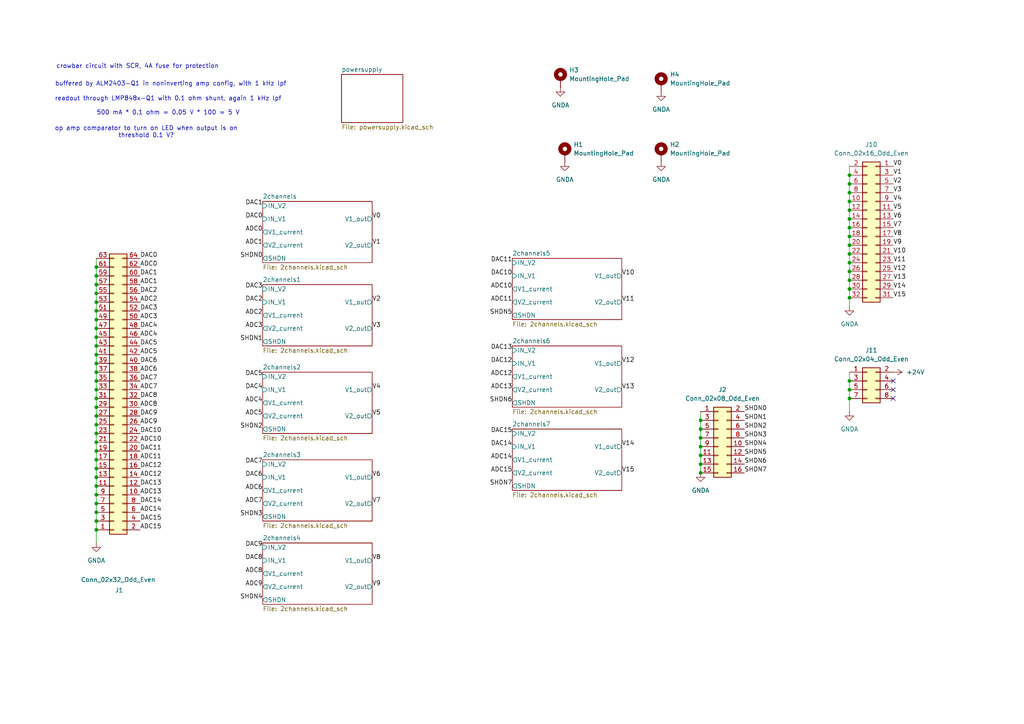
<source format=kicad_sch>
(kicad_sch (version 20231120) (generator "eeschema") (generator_version "8.0")
  (paper "A4")
  (lib_symbols
    (symbol "Connector_Generic:Conn_02x04_Odd_Even" (pin_names (offset 1.016) hide)
      (property "Reference" "J" (at 1.27 5.08 0))
      (property "Value" "Conn_02x04_Odd_Even" (at 1.27 -7.62 0))
      (symbol "Conn_02x04_Odd_Even_1_1"
        (rectangle (start -1.27 -4.953) (end 0 -5.207) (stroke (width 0.1524)))
        (rectangle (start -1.27 -2.413) (end 0 -2.667) (stroke (width 0.1524)))
        (rectangle (start -1.27 0.127) (end 0 -0.127) (stroke (width 0.1524)))
        (rectangle (start -1.27 2.667) (end 0 2.413) (stroke (width 0.1524)))
        (rectangle (start -1.27 3.81) (end 3.81 -6.35) (stroke (width 0.254)) (fill (type background)))
        (rectangle (start 3.81 -4.953) (end 2.54 -5.207) (stroke (width 0.1524)))
        (rectangle (start 3.81 -2.413) (end 2.54 -2.667) (stroke (width 0.1524)))
        (rectangle (start 3.81 0.127) (end 2.54 -0.127) (stroke (width 0.1524)))
        (rectangle (start 3.81 2.667) (end 2.54 2.413) (stroke (width 0.1524)))
        (pin passive line (at -5.08 2.54 0) (length 3.81) (name "Pin_1") (number "1"))
        (pin passive line (at 7.62 2.54 180) (length 3.81) (name "Pin_2") (number "2"))
        (pin passive line (at -5.08 0 0) (length 3.81) (name "Pin_3") (number "3"))
        (pin passive line (at 7.62 0 180) (length 3.81) (name "Pin_4") (number "4"))
        (pin passive line (at -5.08 -2.54 0) (length 3.81) (name "Pin_5") (number "5"))
        (pin passive line (at 7.62 -2.54 180) (length 3.81) (name "Pin_6") (number "6"))
        (pin passive line (at -5.08 -5.08 0) (length 3.81) (name "Pin_7") (number "7"))
        (pin passive line (at 7.62 -5.08 180) (length 3.81) (name "Pin_8") (number "8"))
      )
    )
    (symbol "Connector_Generic:Conn_02x08_Odd_Even" (pin_names (offset 1.016) hide)
      (property "Reference" "J" (at 1.27 10.16 0))
      (property "Value" "Conn_02x08_Odd_Even" (at 1.27 -12.7 0))
      (symbol "Conn_02x08_Odd_Even_1_1"
        (rectangle (start -1.27 -10.033) (end 0 -10.287) (stroke (width 0.1524)))
        (rectangle (start -1.27 -7.493) (end 0 -7.747) (stroke (width 0.1524)))
        (rectangle (start -1.27 -4.953) (end 0 -5.207) (stroke (width 0.1524)))
        (rectangle (start -1.27 -2.413) (end 0 -2.667) (stroke (width 0.1524)))
        (rectangle (start -1.27 0.127) (end 0 -0.127) (stroke (width 0.1524)))
        (rectangle (start -1.27 2.667) (end 0 2.413) (stroke (width 0.1524)))
        (rectangle (start -1.27 5.207) (end 0 4.953) (stroke (width 0.1524)))
        (rectangle (start -1.27 7.747) (end 0 7.493) (stroke (width 0.1524)))
        (rectangle (start -1.27 8.89) (end 3.81 -11.43) (stroke (width 0.254)) (fill (type background)))
        (rectangle (start 3.81 -10.033) (end 2.54 -10.287) (stroke (width 0.1524)))
        (rectangle (start 3.81 -7.493) (end 2.54 -7.747) (stroke (width 0.1524)))
        (rectangle (start 3.81 -4.953) (end 2.54 -5.207) (stroke (width 0.1524)))
        (rectangle (start 3.81 -2.413) (end 2.54 -2.667) (stroke (width 0.1524)))
        (rectangle (start 3.81 0.127) (end 2.54 -0.127) (stroke (width 0.1524)))
        (rectangle (start 3.81 2.667) (end 2.54 2.413) (stroke (width 0.1524)))
        (rectangle (start 3.81 5.207) (end 2.54 4.953) (stroke (width 0.1524)))
        (rectangle (start 3.81 7.747) (end 2.54 7.493) (stroke (width 0.1524)))
        (pin passive line (at -5.08 7.62 0) (length 3.81) (name "Pin_1") (number "1"))
        (pin passive line (at 7.62 -2.54 180) (length 3.81) (name "Pin_10") (number "10"))
        (pin passive line (at -5.08 -5.08 0) (length 3.81) (name "Pin_11") (number "11"))
        (pin passive line (at 7.62 -5.08 180) (length 3.81) (name "Pin_12") (number "12"))
        (pin passive line (at -5.08 -7.62 0) (length 3.81) (name "Pin_13") (number "13"))
        (pin passive line (at 7.62 -7.62 180) (length 3.81) (name "Pin_14") (number "14"))
        (pin passive line (at -5.08 -10.16 0) (length 3.81) (name "Pin_15") (number "15"))
        (pin passive line (at 7.62 -10.16 180) (length 3.81) (name "Pin_16") (number "16"))
        (pin passive line (at 7.62 7.62 180) (length 3.81) (name "Pin_2") (number "2"))
        (pin passive line (at -5.08 5.08 0) (length 3.81) (name "Pin_3") (number "3"))
        (pin passive line (at 7.62 5.08 180) (length 3.81) (name "Pin_4") (number "4"))
        (pin passive line (at -5.08 2.54 0) (length 3.81) (name "Pin_5") (number "5"))
        (pin passive line (at 7.62 2.54 180) (length 3.81) (name "Pin_6") (number "6"))
        (pin passive line (at -5.08 0 0) (length 3.81) (name "Pin_7") (number "7"))
        (pin passive line (at 7.62 0 180) (length 3.81) (name "Pin_8") (number "8"))
        (pin passive line (at -5.08 -2.54 0) (length 3.81) (name "Pin_9") (number "9"))
      )
    )
    (symbol "Connector_Generic:Conn_02x16_Odd_Even" (pin_names (offset 1.016) hide)
      (property "Reference" "J" (at 1.27 20.32 0))
      (property "Value" "Conn_02x16_Odd_Even" (at 1.27 -22.86 0))
      (symbol "Conn_02x16_Odd_Even_1_1"
        (rectangle (start -1.27 -20.193) (end 0 -20.447) (stroke (width 0.1524)))
        (rectangle (start -1.27 -17.653) (end 0 -17.907) (stroke (width 0.1524)))
        (rectangle (start -1.27 -15.113) (end 0 -15.367) (stroke (width 0.1524)))
        (rectangle (start -1.27 -12.573) (end 0 -12.827) (stroke (width 0.1524)))
        (rectangle (start -1.27 -10.033) (end 0 -10.287) (stroke (width 0.1524)))
        (rectangle (start -1.27 -7.493) (end 0 -7.747) (stroke (width 0.1524)))
        (rectangle (start -1.27 -4.953) (end 0 -5.207) (stroke (width 0.1524)))
        (rectangle (start -1.27 -2.413) (end 0 -2.667) (stroke (width 0.1524)))
        (rectangle (start -1.27 0.127) (end 0 -0.127) (stroke (width 0.1524)))
        (rectangle (start -1.27 2.667) (end 0 2.413) (stroke (width 0.1524)))
        (rectangle (start -1.27 5.207) (end 0 4.953) (stroke (width 0.1524)))
        (rectangle (start -1.27 7.747) (end 0 7.493) (stroke (width 0.1524)))
        (rectangle (start -1.27 10.287) (end 0 10.033) (stroke (width 0.1524)))
        (rectangle (start -1.27 12.827) (end 0 12.573) (stroke (width 0.1524)))
        (rectangle (start -1.27 15.367) (end 0 15.113) (stroke (width 0.1524)))
        (rectangle (start -1.27 17.907) (end 0 17.653) (stroke (width 0.1524)))
        (rectangle (start -1.27 19.05) (end 3.81 -21.59) (stroke (width 0.254)) (fill (type background)))
        (rectangle (start 3.81 -20.193) (end 2.54 -20.447) (stroke (width 0.1524)))
        (rectangle (start 3.81 -17.653) (end 2.54 -17.907) (stroke (width 0.1524)))
        (rectangle (start 3.81 -15.113) (end 2.54 -15.367) (stroke (width 0.1524)))
        (rectangle (start 3.81 -12.573) (end 2.54 -12.827) (stroke (width 0.1524)))
        (rectangle (start 3.81 -10.033) (end 2.54 -10.287) (stroke (width 0.1524)))
        (rectangle (start 3.81 -7.493) (end 2.54 -7.747) (stroke (width 0.1524)))
        (rectangle (start 3.81 -4.953) (end 2.54 -5.207) (stroke (width 0.1524)))
        (rectangle (start 3.81 -2.413) (end 2.54 -2.667) (stroke (width 0.1524)))
        (rectangle (start 3.81 0.127) (end 2.54 -0.127) (stroke (width 0.1524)))
        (rectangle (start 3.81 2.667) (end 2.54 2.413) (stroke (width 0.1524)))
        (rectangle (start 3.81 5.207) (end 2.54 4.953) (stroke (width 0.1524)))
        (rectangle (start 3.81 7.747) (end 2.54 7.493) (stroke (width 0.1524)))
        (rectangle (start 3.81 10.287) (end 2.54 10.033) (stroke (width 0.1524)))
        (rectangle (start 3.81 12.827) (end 2.54 12.573) (stroke (width 0.1524)))
        (rectangle (start 3.81 15.367) (end 2.54 15.113) (stroke (width 0.1524)))
        (rectangle (start 3.81 17.907) (end 2.54 17.653) (stroke (width 0.1524)))
        (pin passive line (at -5.08 17.78 0) (length 3.81) (name "Pin_1") (number "1"))
        (pin passive line (at 7.62 7.62 180) (length 3.81) (name "Pin_10") (number "10"))
        (pin passive line (at -5.08 5.08 0) (length 3.81) (name "Pin_11") (number "11"))
        (pin passive line (at 7.62 5.08 180) (length 3.81) (name "Pin_12") (number "12"))
        (pin passive line (at -5.08 2.54 0) (length 3.81) (name "Pin_13") (number "13"))
        (pin passive line (at 7.62 2.54 180) (length 3.81) (name "Pin_14") (number "14"))
        (pin passive line (at -5.08 0 0) (length 3.81) (name "Pin_15") (number "15"))
        (pin passive line (at 7.62 0 180) (length 3.81) (name "Pin_16") (number "16"))
        (pin passive line (at -5.08 -2.54 0) (length 3.81) (name "Pin_17") (number "17"))
        (pin passive line (at 7.62 -2.54 180) (length 3.81) (name "Pin_18") (number "18"))
        (pin passive line (at -5.08 -5.08 0) (length 3.81) (name "Pin_19") (number "19"))
        (pin passive line (at 7.62 17.78 180) (length 3.81) (name "Pin_2") (number "2"))
        (pin passive line (at 7.62 -5.08 180) (length 3.81) (name "Pin_20") (number "20"))
        (pin passive line (at -5.08 -7.62 0) (length 3.81) (name "Pin_21") (number "21"))
        (pin passive line (at 7.62 -7.62 180) (length 3.81) (name "Pin_22") (number "22"))
        (pin passive line (at -5.08 -10.16 0) (length 3.81) (name "Pin_23") (number "23"))
        (pin passive line (at 7.62 -10.16 180) (length 3.81) (name "Pin_24") (number "24"))
        (pin passive line (at -5.08 -12.7 0) (length 3.81) (name "Pin_25") (number "25"))
        (pin passive line (at 7.62 -12.7 180) (length 3.81) (name "Pin_26") (number "26"))
        (pin passive line (at -5.08 -15.24 0) (length 3.81) (name "Pin_27") (number "27"))
        (pin passive line (at 7.62 -15.24 180) (length 3.81) (name "Pin_28") (number "28"))
        (pin passive line (at -5.08 -17.78 0) (length 3.81) (name "Pin_29") (number "29"))
        (pin passive line (at -5.08 15.24 0) (length 3.81) (name "Pin_3") (number "3"))
        (pin passive line (at 7.62 -17.78 180) (length 3.81) (name "Pin_30") (number "30"))
        (pin passive line (at -5.08 -20.32 0) (length 3.81) (name "Pin_31") (number "31"))
        (pin passive line (at 7.62 -20.32 180) (length 3.81) (name "Pin_32") (number "32"))
        (pin passive line (at 7.62 15.24 180) (length 3.81) (name "Pin_4") (number "4"))
        (pin passive line (at -5.08 12.7 0) (length 3.81) (name "Pin_5") (number "5"))
        (pin passive line (at 7.62 12.7 180) (length 3.81) (name "Pin_6") (number "6"))
        (pin passive line (at -5.08 10.16 0) (length 3.81) (name "Pin_7") (number "7"))
        (pin passive line (at 7.62 10.16 180) (length 3.81) (name "Pin_8") (number "8"))
        (pin passive line (at -5.08 7.62 0) (length 3.81) (name "Pin_9") (number "9"))
      )
    )
    (symbol "Connector_Generic:Conn_02x32_Odd_Even" (pin_names (offset 1.016) hide)
      (property "Reference" "J" (at 1.27 40.64 0))
      (property "Value" "Conn_02x32_Odd_Even" (at 1.27 -43.18 0))
      (symbol "Conn_02x32_Odd_Even_1_1"
        (rectangle (start -1.27 -40.513) (end 0 -40.767) (stroke (width 0.1524)))
        (rectangle (start -1.27 -37.973) (end 0 -38.227) (stroke (width 0.1524)))
        (rectangle (start -1.27 -35.433) (end 0 -35.687) (stroke (width 0.1524)))
        (rectangle (start -1.27 -32.893) (end 0 -33.147) (stroke (width 0.1524)))
        (rectangle (start -1.27 -30.353) (end 0 -30.607) (stroke (width 0.1524)))
        (rectangle (start -1.27 -27.813) (end 0 -28.067) (stroke (width 0.1524)))
        (rectangle (start -1.27 -25.273) (end 0 -25.527) (stroke (width 0.1524)))
        (rectangle (start -1.27 -22.733) (end 0 -22.987) (stroke (width 0.1524)))
        (rectangle (start -1.27 -20.193) (end 0 -20.447) (stroke (width 0.1524)))
        (rectangle (start -1.27 -17.653) (end 0 -17.907) (stroke (width 0.1524)))
        (rectangle (start -1.27 -15.113) (end 0 -15.367) (stroke (width 0.1524)))
        (rectangle (start -1.27 -12.573) (end 0 -12.827) (stroke (width 0.1524)))
        (rectangle (start -1.27 -10.033) (end 0 -10.287) (stroke (width 0.1524)))
        (rectangle (start -1.27 -7.493) (end 0 -7.747) (stroke (width 0.1524)))
        (rectangle (start -1.27 -4.953) (end 0 -5.207) (stroke (width 0.1524)))
        (rectangle (start -1.27 -2.413) (end 0 -2.667) (stroke (width 0.1524)))
        (rectangle (start -1.27 0.127) (end 0 -0.127) (stroke (width 0.1524)))
        (rectangle (start -1.27 2.667) (end 0 2.413) (stroke (width 0.1524)))
        (rectangle (start -1.27 5.207) (end 0 4.953) (stroke (width 0.1524)))
        (rectangle (start -1.27 7.747) (end 0 7.493) (stroke (width 0.1524)))
        (rectangle (start -1.27 10.287) (end 0 10.033) (stroke (width 0.1524)))
        (rectangle (start -1.27 12.827) (end 0 12.573) (stroke (width 0.1524)))
        (rectangle (start -1.27 15.367) (end 0 15.113) (stroke (width 0.1524)))
        (rectangle (start -1.27 17.907) (end 0 17.653) (stroke (width 0.1524)))
        (rectangle (start -1.27 20.447) (end 0 20.193) (stroke (width 0.1524)))
        (rectangle (start -1.27 22.987) (end 0 22.733) (stroke (width 0.1524)))
        (rectangle (start -1.27 25.527) (end 0 25.273) (stroke (width 0.1524)))
        (rectangle (start -1.27 28.067) (end 0 27.813) (stroke (width 0.1524)))
        (rectangle (start -1.27 30.607) (end 0 30.353) (stroke (width 0.1524)))
        (rectangle (start -1.27 33.147) (end 0 32.893) (stroke (width 0.1524)))
        (rectangle (start -1.27 35.687) (end 0 35.433) (stroke (width 0.1524)))
        (rectangle (start -1.27 38.227) (end 0 37.973) (stroke (width 0.1524)))
        (rectangle (start -1.27 39.37) (end 3.81 -41.91) (stroke (width 0.254)) (fill (type background)))
        (rectangle (start 3.81 -40.513) (end 2.54 -40.767) (stroke (width 0.1524)))
        (rectangle (start 3.81 -37.973) (end 2.54 -38.227) (stroke (width 0.1524)))
        (rectangle (start 3.81 -35.433) (end 2.54 -35.687) (stroke (width 0.1524)))
        (rectangle (start 3.81 -32.893) (end 2.54 -33.147) (stroke (width 0.1524)))
        (rectangle (start 3.81 -30.353) (end 2.54 -30.607) (stroke (width 0.1524)))
        (rectangle (start 3.81 -27.813) (end 2.54 -28.067) (stroke (width 0.1524)))
        (rectangle (start 3.81 -25.273) (end 2.54 -25.527) (stroke (width 0.1524)))
        (rectangle (start 3.81 -22.733) (end 2.54 -22.987) (stroke (width 0.1524)))
        (rectangle (start 3.81 -20.193) (end 2.54 -20.447) (stroke (width 0.1524)))
        (rectangle (start 3.81 -17.653) (end 2.54 -17.907) (stroke (width 0.1524)))
        (rectangle (start 3.81 -15.113) (end 2.54 -15.367) (stroke (width 0.1524)))
        (rectangle (start 3.81 -12.573) (end 2.54 -12.827) (stroke (width 0.1524)))
        (rectangle (start 3.81 -10.033) (end 2.54 -10.287) (stroke (width 0.1524)))
        (rectangle (start 3.81 -7.493) (end 2.54 -7.747) (stroke (width 0.1524)))
        (rectangle (start 3.81 -4.953) (end 2.54 -5.207) (stroke (width 0.1524)))
        (rectangle (start 3.81 -2.413) (end 2.54 -2.667) (stroke (width 0.1524)))
        (rectangle (start 3.81 0.127) (end 2.54 -0.127) (stroke (width 0.1524)))
        (rectangle (start 3.81 2.667) (end 2.54 2.413) (stroke (width 0.1524)))
        (rectangle (start 3.81 5.207) (end 2.54 4.953) (stroke (width 0.1524)))
        (rectangle (start 3.81 7.747) (end 2.54 7.493) (stroke (width 0.1524)))
        (rectangle (start 3.81 10.287) (end 2.54 10.033) (stroke (width 0.1524)))
        (rectangle (start 3.81 12.827) (end 2.54 12.573) (stroke (width 0.1524)))
        (rectangle (start 3.81 15.367) (end 2.54 15.113) (stroke (width 0.1524)))
        (rectangle (start 3.81 17.907) (end 2.54 17.653) (stroke (width 0.1524)))
        (rectangle (start 3.81 20.447) (end 2.54 20.193) (stroke (width 0.1524)))
        (rectangle (start 3.81 22.987) (end 2.54 22.733) (stroke (width 0.1524)))
        (rectangle (start 3.81 25.527) (end 2.54 25.273) (stroke (width 0.1524)))
        (rectangle (start 3.81 28.067) (end 2.54 27.813) (stroke (width 0.1524)))
        (rectangle (start 3.81 30.607) (end 2.54 30.353) (stroke (width 0.1524)))
        (rectangle (start 3.81 33.147) (end 2.54 32.893) (stroke (width 0.1524)))
        (rectangle (start 3.81 35.687) (end 2.54 35.433) (stroke (width 0.1524)))
        (rectangle (start 3.81 38.227) (end 2.54 37.973) (stroke (width 0.1524)))
        (pin passive line (at -5.08 38.1 0) (length 3.81) (name "Pin_1") (number "1"))
        (pin passive line (at 7.62 27.94 180) (length 3.81) (name "Pin_10") (number "10"))
        (pin passive line (at -5.08 25.4 0) (length 3.81) (name "Pin_11") (number "11"))
        (pin passive line (at 7.62 25.4 180) (length 3.81) (name "Pin_12") (number "12"))
        (pin passive line (at -5.08 22.86 0) (length 3.81) (name "Pin_13") (number "13"))
        (pin passive line (at 7.62 22.86 180) (length 3.81) (name "Pin_14") (number "14"))
        (pin passive line (at -5.08 20.32 0) (length 3.81) (name "Pin_15") (number "15"))
        (pin passive line (at 7.62 20.32 180) (length 3.81) (name "Pin_16") (number "16"))
        (pin passive line (at -5.08 17.78 0) (length 3.81) (name "Pin_17") (number "17"))
        (pin passive line (at 7.62 17.78 180) (length 3.81) (name "Pin_18") (number "18"))
        (pin passive line (at -5.08 15.24 0) (length 3.81) (name "Pin_19") (number "19"))
        (pin passive line (at 7.62 38.1 180) (length 3.81) (name "Pin_2") (number "2"))
        (pin passive line (at 7.62 15.24 180) (length 3.81) (name "Pin_20") (number "20"))
        (pin passive line (at -5.08 12.7 0) (length 3.81) (name "Pin_21") (number "21"))
        (pin passive line (at 7.62 12.7 180) (length 3.81) (name "Pin_22") (number "22"))
        (pin passive line (at -5.08 10.16 0) (length 3.81) (name "Pin_23") (number "23"))
        (pin passive line (at 7.62 10.16 180) (length 3.81) (name "Pin_24") (number "24"))
        (pin passive line (at -5.08 7.62 0) (length 3.81) (name "Pin_25") (number "25"))
        (pin passive line (at 7.62 7.62 180) (length 3.81) (name "Pin_26") (number "26"))
        (pin passive line (at -5.08 5.08 0) (length 3.81) (name "Pin_27") (number "27"))
        (pin passive line (at 7.62 5.08 180) (length 3.81) (name "Pin_28") (number "28"))
        (pin passive line (at -5.08 2.54 0) (length 3.81) (name "Pin_29") (number "29"))
        (pin passive line (at -5.08 35.56 0) (length 3.81) (name "Pin_3") (number "3"))
        (pin passive line (at 7.62 2.54 180) (length 3.81) (name "Pin_30") (number "30"))
        (pin passive line (at -5.08 0 0) (length 3.81) (name "Pin_31") (number "31"))
        (pin passive line (at 7.62 0 180) (length 3.81) (name "Pin_32") (number "32"))
        (pin passive line (at -5.08 -2.54 0) (length 3.81) (name "Pin_33") (number "33"))
        (pin passive line (at 7.62 -2.54 180) (length 3.81) (name "Pin_34") (number "34"))
        (pin passive line (at -5.08 -5.08 0) (length 3.81) (name "Pin_35") (number "35"))
        (pin passive line (at 7.62 -5.08 180) (length 3.81) (name "Pin_36") (number "36"))
        (pin passive line (at -5.08 -7.62 0) (length 3.81) (name "Pin_37") (number "37"))
        (pin passive line (at 7.62 -7.62 180) (length 3.81) (name "Pin_38") (number "38"))
        (pin passive line (at -5.08 -10.16 0) (length 3.81) (name "Pin_39") (number "39"))
        (pin passive line (at 7.62 35.56 180) (length 3.81) (name "Pin_4") (number "4"))
        (pin passive line (at 7.62 -10.16 180) (length 3.81) (name "Pin_40") (number "40"))
        (pin passive line (at -5.08 -12.7 0) (length 3.81) (name "Pin_41") (number "41"))
        (pin passive line (at 7.62 -12.7 180) (length 3.81) (name "Pin_42") (number "42"))
        (pin passive line (at -5.08 -15.24 0) (length 3.81) (name "Pin_43") (number "43"))
        (pin passive line (at 7.62 -15.24 180) (length 3.81) (name "Pin_44") (number "44"))
        (pin passive line (at -5.08 -17.78 0) (length 3.81) (name "Pin_45") (number "45"))
        (pin passive line (at 7.62 -17.78 180) (length 3.81) (name "Pin_46") (number "46"))
        (pin passive line (at -5.08 -20.32 0) (length 3.81) (name "Pin_47") (number "47"))
        (pin passive line (at 7.62 -20.32 180) (length 3.81) (name "Pin_48") (number "48"))
        (pin passive line (at -5.08 -22.86 0) (length 3.81) (name "Pin_49") (number "49"))
        (pin passive line (at -5.08 33.02 0) (length 3.81) (name "Pin_5") (number "5"))
        (pin passive line (at 7.62 -22.86 180) (length 3.81) (name "Pin_50") (number "50"))
        (pin passive line (at -5.08 -25.4 0) (length 3.81) (name "Pin_51") (number "51"))
        (pin passive line (at 7.62 -25.4 180) (length 3.81) (name "Pin_52") (number "52"))
        (pin passive line (at -5.08 -27.94 0) (length 3.81) (name "Pin_53") (number "53"))
        (pin passive line (at 7.62 -27.94 180) (length 3.81) (name "Pin_54") (number "54"))
        (pin passive line (at -5.08 -30.48 0) (length 3.81) (name "Pin_55") (number "55"))
        (pin passive line (at 7.62 -30.48 180) (length 3.81) (name "Pin_56") (number "56"))
        (pin passive line (at -5.08 -33.02 0) (length 3.81) (name "Pin_57") (number "57"))
        (pin passive line (at 7.62 -33.02 180) (length 3.81) (name "Pin_58") (number "58"))
        (pin passive line (at -5.08 -35.56 0) (length 3.81) (name "Pin_59") (number "59"))
        (pin passive line (at 7.62 33.02 180) (length 3.81) (name "Pin_6") (number "6"))
        (pin passive line (at 7.62 -35.56 180) (length 3.81) (name "Pin_60") (number "60"))
        (pin passive line (at -5.08 -38.1 0) (length 3.81) (name "Pin_61") (number "61"))
        (pin passive line (at 7.62 -38.1 180) (length 3.81) (name "Pin_62") (number "62"))
        (pin passive line (at -5.08 -40.64 0) (length 3.81) (name "Pin_63") (number "63"))
        (pin passive line (at 7.62 -40.64 180) (length 3.81) (name "Pin_64") (number "64"))
        (pin passive line (at -5.08 30.48 0) (length 3.81) (name "Pin_7") (number "7"))
        (pin passive line (at 7.62 30.48 180) (length 3.81) (name "Pin_8") (number "8"))
        (pin passive line (at -5.08 27.94 0) (length 3.81) (name "Pin_9") (number "9"))
      )
    )
    (symbol "Mechanical:MountingHole_Pad" (pin_numbers hide) (pin_names (offset 1.016) hide) (exclude_from_sim yes) (in_bom no)
      (property "Reference" "H" (at 0 6.35 0))
      (property "Value" "MountingHole_Pad" (at 0 4.445 0))
      (symbol "MountingHole_Pad_0_1"
        (circle (center 0 1.27) (radius 1.27) (stroke (width 1.27)))
      )
      (symbol "MountingHole_Pad_1_1"
        (pin input line (at 0 -2.54 90) (length 2.54) (name "1") (number "1"))
      )
    )
    (symbol "power:+24V" (power) (pin_numbers hide) (pin_names (offset 0) hide)
      (property "Value" "+24V" (at 0 3.556 0))
      (symbol "+24V_0_1"
        (polyline (pts (xy -0.762 1.27) (xy 0 2.54)))
        (polyline (pts (xy 0 0) (xy 0 2.54)))
        (polyline (pts (xy 0 2.54) (xy 0.762 1.27)))
      )
      (symbol "+24V_1_1"
        (pin power_in line (at 0 0 90) (length 0) (name "~") (number "1"))
      )
    )
    (symbol "power:GNDA" (power) (pin_numbers hide) (pin_names (offset 0) hide)
      (property "Value" "GNDA" (at 0 -3.81 0))
      (symbol "GNDA_0_1"
        (polyline (pts (xy 0 0) (xy 0 -1.27) (xy 1.27 -1.27) (xy 0 -2.54) (xy -1.27 -1.27) (xy 0 -1.27)))
      )
      (symbol "GNDA_1_1"
        (pin power_in line (at 0 0 270) (length 0) (name "~") (number "1"))
      )
    )
  )
  (junction (at 246.38 68.58))
  (junction (at 246.38 53.34))
  (junction (at 246.38 66.04))
  (junction (at 27.94 100.33))
  (junction (at 246.38 78.74))
  (junction (at 27.94 133.35))
  (junction (at 246.38 113.03))
  (junction (at 203.2 129.54))
  (junction (at 246.38 81.28))
  (junction (at 203.2 127))
  (junction (at 27.94 97.79))
  (junction (at 27.94 110.49))
  (junction (at 27.94 80.01))
  (junction (at 27.94 140.97))
  (junction (at 27.94 95.25))
  (junction (at 203.2 121.92))
  (junction (at 246.38 58.42))
  (junction (at 27.94 153.67))
  (junction (at 246.38 83.82))
  (junction (at 27.94 125.73))
  (junction (at 27.94 135.89))
  (junction (at 27.94 151.13))
  (junction (at 27.94 128.27))
  (junction (at 246.38 50.8))
  (junction (at 27.94 82.55))
  (junction (at 203.2 134.62))
  (junction (at 27.94 115.57))
  (junction (at 27.94 85.09))
  (junction (at 27.94 107.95))
  (junction (at 203.2 137.16))
  (junction (at 27.94 146.05))
  (junction (at 246.38 55.88))
  (junction (at 27.94 77.47))
  (junction (at 27.94 148.59))
  (junction (at 27.94 130.81))
  (junction (at 246.38 110.49))
  (junction (at 246.38 73.66))
  (junction (at 27.94 118.11))
  (junction (at 246.38 115.57))
  (junction (at 27.94 92.71))
  (junction (at 27.94 143.51))
  (junction (at 27.94 90.17))
  (junction (at 27.94 120.65))
  (junction (at 246.38 71.12))
  (junction (at 246.38 60.96))
  (junction (at 246.38 63.5))
  (junction (at 27.94 105.41))
  (junction (at 27.94 102.87))
  (junction (at 203.2 124.46))
  (junction (at 27.94 123.19))
  (junction (at 246.38 76.2))
  (junction (at 203.2 132.08))
  (junction (at 27.94 87.63))
  (junction (at 246.38 86.36))
  (junction (at 27.94 113.03))
  (junction (at 27.94 138.43))
  (no_connect (at 259.08 115.57))
  (no_connect (at 259.08 110.49))
  (no_connect (at 259.08 113.03))
  (wire (pts (xy 27.94 123.19) (xy 27.94 125.73)))
  (wire (pts (xy 27.94 120.65) (xy 27.94 123.19)))
  (wire (pts (xy 246.38 110.49) (xy 246.38 113.03)))
  (wire (pts (xy 27.94 85.09) (xy 27.94 87.63)))
  (wire (pts (xy 27.94 140.97) (xy 27.94 143.51)))
  (wire (pts (xy 27.94 102.87) (xy 27.94 105.41)))
  (wire (pts (xy 246.38 76.2) (xy 246.38 78.74)))
  (wire (pts (xy 203.2 129.54) (xy 203.2 132.08)))
  (wire (pts (xy 27.94 110.49) (xy 27.94 113.03)))
  (wire (pts (xy 27.94 118.11) (xy 27.94 120.65)))
  (wire (pts (xy 27.94 125.73) (xy 27.94 128.27)))
  (wire (pts (xy 246.38 71.12) (xy 246.38 73.66)))
  (wire (pts (xy 27.94 135.89) (xy 27.94 138.43)))
  (wire (pts (xy 246.38 113.03) (xy 246.38 115.57)))
  (wire (pts (xy 27.94 105.41) (xy 27.94 107.95)))
  (wire (pts (xy 246.38 55.88) (xy 246.38 58.42)))
  (wire (pts (xy 27.94 107.95) (xy 27.94 110.49)))
  (wire (pts (xy 246.38 115.57) (xy 246.38 119.38)))
  (wire (pts (xy 246.38 60.96) (xy 246.38 63.5)))
  (wire (pts (xy 203.2 132.08) (xy 203.2 134.62)))
  (wire (pts (xy 246.38 83.82) (xy 246.38 86.36)))
  (wire (pts (xy 246.38 107.95) (xy 246.38 110.49)))
  (wire (pts (xy 27.94 130.81) (xy 27.94 133.35)))
  (wire (pts (xy 27.94 82.55) (xy 27.94 85.09)))
  (wire (pts (xy 246.38 86.36) (xy 246.38 88.9)))
  (wire (pts (xy 27.94 87.63) (xy 27.94 90.17)))
  (wire (pts (xy 203.2 134.62) (xy 203.2 137.16)))
  (wire (pts (xy 246.38 68.58) (xy 246.38 71.12)))
  (wire (pts (xy 203.2 127) (xy 203.2 129.54)))
  (wire (pts (xy 246.38 58.42) (xy 246.38 60.96)))
  (wire (pts (xy 246.38 73.66) (xy 246.38 76.2)))
  (wire (pts (xy 27.94 143.51) (xy 27.94 146.05)))
  (wire (pts (xy 27.94 128.27) (xy 27.94 130.81)))
  (wire (pts (xy 203.2 121.92) (xy 203.2 124.46)))
  (wire (pts (xy 27.94 74.93) (xy 27.94 77.47)))
  (wire (pts (xy 27.94 95.25) (xy 27.94 97.79)))
  (wire (pts (xy 246.38 48.26) (xy 246.38 50.8)))
  (wire (pts (xy 246.38 50.8) (xy 246.38 53.34)))
  (wire (pts (xy 246.38 81.28) (xy 246.38 83.82)))
  (wire (pts (xy 27.94 148.59) (xy 27.94 151.13)))
  (wire (pts (xy 246.38 66.04) (xy 246.38 68.58)))
  (wire (pts (xy 27.94 113.03) (xy 27.94 115.57)))
  (wire (pts (xy 27.94 138.43) (xy 27.94 140.97)))
  (wire (pts (xy 27.94 151.13) (xy 27.94 153.67)))
  (wire (pts (xy 246.38 78.74) (xy 246.38 81.28)))
  (wire (pts (xy 27.94 92.71) (xy 27.94 95.25)))
  (wire (pts (xy 27.94 146.05) (xy 27.94 148.59)))
  (wire (pts (xy 203.2 119.38) (xy 203.2 121.92)))
  (wire (pts (xy 246.38 63.5) (xy 246.38 66.04)))
  (wire (pts (xy 203.2 124.46) (xy 203.2 127)))
  (wire (pts (xy 27.94 115.57) (xy 27.94 118.11)))
  (wire (pts (xy 27.94 97.79) (xy 27.94 100.33)))
  (wire (pts (xy 27.94 77.47) (xy 27.94 80.01)))
  (wire (pts (xy 27.94 153.67) (xy 27.94 157.48)))
  (wire (pts (xy 27.94 90.17) (xy 27.94 92.71)))
  (wire (pts (xy 27.94 80.01) (xy 27.94 82.55)))
  (wire (pts (xy 27.94 100.33) (xy 27.94 102.87)))
  (wire (pts (xy 246.38 53.34) (xy 246.38 55.88)))
  (wire (pts (xy 27.94 133.35) (xy 27.94 135.89)))
  (text "op amp comparator to turn on LED when output is on\nthreshold 0.1 V?" (at 42.418 38.354 0) (effects (font (size 1.27 1.27))))
  (text "buffered by ALM2403-Q1 in noninverting amp config, with 1 kHz lpf" (at 49.53 24.384 0) (effects (font (size 1.27 1.27))))
  (text "crowbar circuit with SCR, 4A fuse for protection" (at 39.878 19.304 0) (effects (font (size 1.27 1.27))))
  (text "readout through LMP848x-Q1 with 0.1 ohm shunt, again 1 kHz lpf\n\n500 mA * 0.1 ohm = 0.05 V * 100 = 5 V" (at 48.768 30.734 0) (effects (font (size 1.27 1.27))))
  (label "SHDN1" (at 76.2 99.06 180))
  (label "DAC13" (at 148.59 101.6 180))
  (label "DAC4" (at 76.2 113.03 180))
  (label "DAC1" (at 40.64 80.01 0))
  (label "SHDN7" (at 215.9 137.16 0))
  (label "ADC2" (at 76.2 91.44 180))
  (label "ADC14" (at 148.59 133.35 180))
  (label "SHDN4" (at 215.9 129.54 0))
  (label "DAC13" (at 40.64 140.97 0))
  (label "ADC14" (at 40.64 148.59 0))
  (label "V6" (at 259.08 63.5 0))
  (label "V13" (at 180.34 113.03 0))
  (label "V4" (at 259.08 58.42 0))
  (label "ADC13" (at 148.59 113.03 180))
  (label "DAC8" (at 40.64 115.57 0))
  (label "SHDN1" (at 215.9 121.92 0))
  (label "ADC8" (at 76.2 166.37 180))
  (label "V14" (at 259.08 83.82 0))
  (label "DAC7" (at 76.2 134.62 180))
  (label "SHDN0" (at 76.2 74.93 180))
  (label "ADC9" (at 40.64 123.19 0))
  (label "V5" (at 107.95 120.65 0))
  (label "ADC3" (at 40.64 92.71 0))
  (label "ADC11" (at 40.64 133.35 0))
  (label "V14" (at 180.34 129.54 0))
  (label "ADC10" (at 40.64 128.27 0))
  (label "ADC4" (at 40.64 97.79 0))
  (label "ADC3" (at 76.2 95.25 180))
  (label "V4" (at 107.95 113.03 0))
  (label "DAC0" (at 40.64 74.93 0))
  (label "DAC5" (at 76.2 109.22 180))
  (label "ADC15" (at 40.64 153.67 0))
  (label "ADC12" (at 40.64 138.43 0))
  (label "V5" (at 259.08 60.96 0))
  (label "ADC1" (at 76.2 71.12 180))
  (label "DAC11" (at 148.59 76.2 180))
  (label "V9" (at 107.95 170.18 0))
  (label "ADC4" (at 76.2 116.84 180))
  (label "DAC11" (at 40.64 130.81 0))
  (label "ADC5" (at 40.64 102.87 0))
  (label "V3" (at 259.08 55.88 0))
  (label "SHDN6" (at 215.9 134.62 0))
  (label "DAC6" (at 40.64 105.41 0))
  (label "V10" (at 180.34 80.01 0))
  (label "DAC2" (at 40.64 85.09 0))
  (label "V10" (at 259.08 73.66 0))
  (label "V1" (at 259.08 50.8 0))
  (label "DAC1" (at 76.2 59.69 180))
  (label "DAC15" (at 148.59 125.73 180))
  (label "SHDN3" (at 76.2 149.86 180))
  (label "ADC15" (at 148.59 137.16 180))
  (label "SHDN5" (at 148.59 91.44 180))
  (label "ADC0" (at 76.2 67.31 180))
  (label "ADC13" (at 40.64 143.51 0))
  (label "V12" (at 180.34 105.41 0))
  (label "DAC7" (at 40.64 110.49 0))
  (label "DAC0" (at 76.2 63.5 180))
  (label "ADC1" (at 40.64 82.55 0))
  (label "V9" (at 259.08 71.12 0))
  (label "ADC6" (at 76.2 142.24 180))
  (label "SHDN6" (at 148.59 116.84 180))
  (label "DAC12" (at 40.64 135.89 0))
  (label "V7" (at 107.95 146.05 0))
  (label "V15" (at 259.08 86.36 0))
  (label "V2" (at 259.08 53.34 0))
  (label "V0" (at 107.95 63.5 0))
  (label "DAC9" (at 40.64 120.65 0))
  (label "DAC6" (at 76.2 138.43 180))
  (label "DAC14" (at 40.64 146.05 0))
  (label "DAC4" (at 40.64 95.25 0))
  (label "V11" (at 180.34 87.63 0))
  (label "DAC10" (at 148.59 80.01 180))
  (label "V13" (at 259.08 81.28 0))
  (label "ADC7" (at 40.64 113.03 0))
  (label "DAC10" (at 40.64 125.73 0))
  (label "ADC10" (at 148.59 83.82 180))
  (label "ADC6" (at 40.64 107.95 0))
  (label "DAC3" (at 76.2 83.82 180))
  (label "DAC12" (at 148.59 105.41 180))
  (label "SHDN0" (at 215.9 119.38 0))
  (label "V3" (at 107.95 95.25 0))
  (label "ADC12" (at 148.59 109.22 180))
  (label "V7" (at 259.08 66.04 0))
  (label "DAC14" (at 148.59 129.54 180))
  (label "SHDN2" (at 76.2 124.46 180))
  (label "SHDN4" (at 76.2 173.99 180))
  (label "V8" (at 107.95 162.56 0))
  (label "ADC0" (at 40.64 77.47 0))
  (label "V12" (at 259.08 78.74 0))
  (label "V6" (at 107.95 138.43 0))
  (label "DAC5" (at 40.64 100.33 0))
  (label "ADC9" (at 76.2 170.18 180))
  (label "DAC15" (at 40.64 151.13 0))
  (label "V0" (at 259.08 48.26 0))
  (label "V11" (at 259.08 76.2 0))
  (label "SHDN7" (at 148.59 140.97 180))
  (label "ADC11" (at 148.59 87.63 180))
  (label "ADC2" (at 40.64 87.63 0))
  (label "SHDN5" (at 215.9 132.08 0))
  (label "ADC8" (at 40.64 118.11 0))
  (label "SHDN2" (at 215.9 124.46 0))
  (label "V2" (at 107.95 87.63 0))
  (label "ADC7" (at 76.2 146.05 180))
  (label "V15" (at 180.34 137.16 0))
  (label "DAC3" (at 40.64 90.17 0))
  (label "V8" (at 259.08 68.58 0))
  (label "DAC8" (at 76.2 162.56 180))
  (label "DAC2" (at 76.2 87.63 180))
  (label "DAC9" (at 76.2 158.75 180))
  (label "ADC5" (at 76.2 120.65 180))
  (label "SHDN3" (at 215.9 127 0))
  (label "V1" (at 107.95 71.12 0))
  (symbol (lib_id "power:GNDA") (at 246.38 88.9 0) (unit 1)
    (property "Reference" "#PWR02" (effects (hide yes)))
    (property "Value" "GNDA" (at 246.38 93.98 0))
    (property "Description" "Power symbol creates a global label with name \"GNDA\" , analog ground" (effects (hide yes)))
  )
  (symbol (lib_id "Connector_Generic:Conn_02x32_Odd_Even") (at 33.02 115.57 0) (mirror x) (unit 1)
    (property "Reference" "J1" (at 34.544 171.196 0))
    (property "Value" "Conn_02x32_Odd_Even" (at 34.29 168.148 0))
    (property "Footprint" "Connector_PinHeader_2.54mm:PinHeader_2x32_P2.54mm_Vertical" (effects (hide yes)))
    (property "Description" "Generic connector, double row, 02x32, odd/even pin numbering scheme (row 1 odd numbers, row 2 even numbers), script generated (kicad-library-utils/schlib/autogen/connector/)" (effects (hide yes)))
  )
  (symbol (lib_id "power:GNDA") (at 162.56 25.4 0) (unit 1)
    (property "Reference" "#PWR0186" (effects (hide yes)))
    (property "Value" "GNDA" (at 162.56 30.48 0))
    (property "Description" "Power symbol creates a global label with name \"GNDA\" , analog ground" (effects (hide yes)))
  )
  (symbol (lib_id "power:GNDA") (at 203.2 137.16 0) (unit 1)
    (property "Reference" "#PWR0190" (effects (hide yes)))
    (property "Value" "GNDA" (at 203.2 142.24 0))
    (property "Description" "Power symbol creates a global label with name \"GNDA\" , analog ground" (effects (hide yes)))
  )
  (symbol (lib_id "Mechanical:MountingHole_Pad") (at 191.77 44.45 0) (unit 1) (exclude_from_sim yes) (in_bom no)
    (property "Reference" "H2" (at 194.31 41.9099 0) (effects (justify left)))
    (property "Value" "MountingHole_Pad" (at 194.31 44.4499 0) (effects (justify left)))
    (property "Footprint" "MountingHole:MountingHole_3.2mm_M3_Pad" (effects (hide yes)))
    (property "Description" "Mounting Hole with connection" (effects (hide yes)))
  )
  (symbol (lib_id "Connector_Generic:Conn_02x04_Odd_Even") (at 251.46 110.49 0) (unit 1)
    (property "Reference" "J11" (at 252.73 101.6 0))
    (property "Value" "Conn_02x04_Odd_Even" (at 252.73 104.14 0))
    (property "Footprint" "Connector_PinHeader_2.54mm:PinHeader_2x04_P2.54mm_Vertical" (effects (hide yes)))
    (property "Description" "Generic connector, double row, 02x04, odd/even pin numbering scheme (row 1 odd numbers, row 2 even numbers), script generated (kicad-library-utils/schlib/autogen/connector/)" (effects (hide yes)))
  )
  (symbol (lib_id "Mechanical:MountingHole_Pad") (at 191.77 24.13 0) (unit 1) (exclude_from_sim yes) (in_bom no)
    (property "Reference" "H4" (at 194.31 21.5899 0) (effects (justify left)))
    (property "Value" "MountingHole_Pad" (at 194.31 24.1299 0) (effects (justify left)))
    (property "Footprint" "MountingHole:MountingHole_3.2mm_M3_Pad" (effects (hide yes)))
    (property "Description" "Mounting Hole with connection" (effects (hide yes)))
  )
  (symbol (lib_id "Mechanical:MountingHole_Pad") (at 162.56 22.86 0) (unit 1) (exclude_from_sim yes) (in_bom no)
    (property "Reference" "H3" (at 165.1 20.3199 0) (effects (justify left)))
    (property "Value" "MountingHole_Pad" (at 165.1 22.8599 0) (effects (justify left)))
    (property "Footprint" "MountingHole:MountingHole_3.2mm_M3_Pad" (effects (hide yes)))
    (property "Description" "Mounting Hole with connection" (effects (hide yes)))
  )
  (symbol (lib_id "power:GNDA") (at 246.38 119.38 0) (unit 1)
    (property "Reference" "#PWR03" (effects (hide yes)))
    (property "Value" "GNDA" (at 246.38 124.46 0))
    (property "Description" "Power symbol creates a global label with name \"GNDA\" , analog ground" (effects (hide yes)))
  )
  (symbol (lib_id "Connector_Generic:Conn_02x08_Odd_Even") (at 208.28 127 0) (unit 1)
    (property "Reference" "J2" (at 209.55 113.03 0))
    (property "Value" "Conn_02x08_Odd_Even" (at 209.55 115.57 0))
    (property "Footprint" "Connector_PinHeader_2.54mm:PinHeader_2x08_P2.54mm_Vertical" (effects (hide yes)))
    (property "Description" "Generic connector, double row, 02x08, odd/even pin numbering scheme (row 1 odd numbers, row 2 even numbers), script generated (kicad-library-utils/schlib/autogen/connector/)" (effects (hide yes)))
  )
  (symbol (lib_id "power:GNDA") (at 163.83 46.99 0) (unit 1)
    (property "Reference" "#PWR0188" (effects (hide yes)))
    (property "Value" "GNDA" (at 163.83 52.07 0))
    (property "Description" "Power symbol creates a global label with name \"GNDA\" , analog ground" (effects (hide yes)))
  )
  (symbol (lib_id "power:+24V") (at 259.08 107.95 270) (unit 1)
    (property "Reference" "#PWR04" (effects (hide yes)))
    (property "Value" "+24V" (at 262.89 107.9499 90) (effects (justify left)))
    (property "Description" "Power symbol creates a global label with name \"+24V\"" (effects (hide yes)))
  )
  (symbol (lib_id "power:GNDA") (at 191.77 26.67 0) (unit 1)
    (property "Reference" "#PWR0187" (effects (hide yes)))
    (property "Value" "GNDA" (at 191.77 31.75 0))
    (property "Description" "Power symbol creates a global label with name \"GNDA\" , analog ground" (effects (hide yes)))
  )
  (symbol (lib_id "power:GNDA") (at 27.94 157.48 0) (unit 1)
    (property "Reference" "#PWR01" (effects (hide yes)))
    (property "Value" "GNDA" (at 27.94 162.56 0))
    (property "Description" "Power symbol creates a global label with name \"GNDA\" , analog ground" (effects (hide yes)))
  )
  (symbol (lib_id "Connector_Generic:Conn_02x16_Odd_Even") (at 254 66.04 0) (mirror y) (unit 1)
    (property "Reference" "J10" (at 252.73 41.91 0))
    (property "Value" "Conn_02x16_Odd_Even" (at 252.73 44.45 0))
    (property "Footprint" "Connector_PinHeader_2.54mm:PinHeader_2x16_P2.54mm_Horizontal" (effects (hide yes)))
    (property "Description" "Generic connector, double row, 02x16, odd/even pin numbering scheme (row 1 odd numbers, row 2 even numbers), script generated (kicad-library-utils/schlib/autogen/connector/)" (effects (hide yes)))
  )
  (symbol (lib_id "power:GNDA") (at 191.77 46.99 0) (unit 1)
    (property "Reference" "#PWR0189" (effects (hide yes)))
    (property "Value" "GNDA" (at 191.77 52.07 0))
    (property "Description" "Power symbol creates a global label with name \"GNDA\" , analog ground" (effects (hide yes)))
  )
  (symbol (lib_id "Mechanical:MountingHole_Pad") (at 163.83 44.45 0) (unit 1) (exclude_from_sim yes) (in_bom no)
    (property "Reference" "H1" (at 166.37 41.9099 0) (effects (justify left)))
    (property "Value" "MountingHole_Pad" (at 166.37 44.4499 0) (effects (justify left)))
    (property "Footprint" "MountingHole:MountingHole_3.2mm_M3_Pad" (effects (hide yes)))
    (property "Description" "Mounting Hole with connection" (effects (hide yes)))
  )
  (sheet (at 148.59 74.93) (size 31.75 17.78) (stroke (width 0.1524))
    (property "Sheetname" "2channels5" (at 148.59 74.2184 0) (effects (justify left bottom)))
    (property "Sheetfile" "2channels.kicad_sch" (at 148.59 93.2946 0) (effects (justify left top)))
    (pin "V2_out" output (at 180.34 87.63 0))
    (pin "V1_current" output (at 148.59 83.82 180))
    (pin "SHDN" output (at 148.59 91.44 180))
    (pin "V1_out" output (at 180.34 80.01 0))
    (pin "IN_V2" input (at 148.59 76.2 180))
    (pin "IN_V1" input (at 148.59 80.01 180))
    (pin "V2_current" output (at 148.59 87.63 180))
  )
  (sheet (at 76.2 58.42) (size 31.75 17.78) (stroke (width 0.1524))
    (property "Sheetname" "2channels" (at 76.2 57.7084 0) (effects (justify left bottom)))
    (property "Sheetfile" "2channels.kicad_sch" (at 76.2 76.7846 0) (effects (justify left top)))
    (pin "V2_out" output (at 107.95 71.12 0))
    (pin "V1_current" output (at 76.2 67.31 180))
    (pin "SHDN" output (at 76.2 74.93 180))
    (pin "V1_out" output (at 107.95 63.5 0))
    (pin "IN_V2" input (at 76.2 59.69 180))
    (pin "IN_V1" input (at 76.2 63.5 180))
    (pin "V2_current" output (at 76.2 71.12 180))
  )
  (sheet (at 148.59 124.46) (size 31.75 17.78) (stroke (width 0.1524))
    (property "Sheetname" "2channels7" (at 148.59 123.7484 0) (effects (justify left bottom)))
    (property "Sheetfile" "2channels.kicad_sch" (at 148.59 142.8246 0) (effects (justify left top)))
    (pin "V2_out" output (at 180.34 137.16 0))
    (pin "V1_current" output (at 148.59 133.35 180))
    (pin "SHDN" output (at 148.59 140.97 180))
    (pin "V1_out" output (at 180.34 129.54 0))
    (pin "IN_V2" input (at 148.59 125.73 180))
    (pin "IN_V1" input (at 148.59 129.54 180))
    (pin "V2_current" output (at 148.59 137.16 180))
  )
  (sheet (at 76.2 82.55) (size 31.75 17.78) (stroke (width 0.1524))
    (property "Sheetname" "2channels1" (at 76.2 81.8384 0) (effects (justify left bottom)))
    (property "Sheetfile" "2channels.kicad_sch" (at 76.2 100.9146 0) (effects (justify left top)))
    (pin "V2_out" output (at 107.95 95.25 0))
    (pin "V1_current" output (at 76.2 91.44 180))
    (pin "SHDN" output (at 76.2 99.06 180))
    (pin "V1_out" output (at 107.95 87.63 0))
    (pin "IN_V2" input (at 76.2 83.82 180))
    (pin "IN_V1" input (at 76.2 87.63 180))
    (pin "V2_current" output (at 76.2 95.25 180))
  )
  (sheet (at 76.2 107.95) (size 31.75 17.78) (stroke (width 0.1524))
    (property "Sheetname" "2channels2" (at 76.2 107.2384 0) (effects (justify left bottom)))
    (property "Sheetfile" "2channels.kicad_sch" (at 76.2 126.3146 0) (effects (justify left top)))
    (pin "V2_out" output (at 107.95 120.65 0))
    (pin "V1_current" output (at 76.2 116.84 180))
    (pin "SHDN" output (at 76.2 124.46 180))
    (pin "V1_out" output (at 107.95 113.03 0))
    (pin "IN_V2" input (at 76.2 109.22 180))
    (pin "IN_V1" input (at 76.2 113.03 180))
    (pin "V2_current" output (at 76.2 120.65 180))
  )
  (sheet (at 148.59 100.33) (size 31.75 17.78) (stroke (width 0.1524))
    (property "Sheetname" "2channels6" (at 148.59 99.6184 0) (effects (justify left bottom)))
    (property "Sheetfile" "2channels.kicad_sch" (at 148.59 118.6946 0) (effects (justify left top)))
    (pin "V2_out" output (at 180.34 113.03 0))
    (pin "V1_current" output (at 148.59 109.22 180))
    (pin "SHDN" output (at 148.59 116.84 180))
    (pin "V1_out" output (at 180.34 105.41 0))
    (pin "IN_V2" input (at 148.59 101.6 180))
    (pin "IN_V1" input (at 148.59 105.41 180))
    (pin "V2_current" output (at 148.59 113.03 180))
  )
  (sheet (at 76.2 157.48) (size 31.75 17.78) (stroke (width 0.1524))
    (property "Sheetname" "2channels4" (at 76.2 156.7684 0) (effects (justify left bottom)))
    (property "Sheetfile" "2channels.kicad_sch" (at 76.2 175.8446 0) (effects (justify left top)))
    (pin "V2_out" output (at 107.95 170.18 0))
    (pin "V1_current" output (at 76.2 166.37 180))
    (pin "SHDN" output (at 76.2 173.99 180))
    (pin "V1_out" output (at 107.95 162.56 0))
    (pin "IN_V2" input (at 76.2 158.75 180))
    (pin "IN_V1" input (at 76.2 162.56 180))
    (pin "V2_current" output (at 76.2 170.18 180))
  )
  (sheet (at 99.06 21.59) (size 17.78 13.97) (stroke (width 0.1524))
    (property "Sheetname" "powersupply" (at 99.06 20.8784 0) (effects (justify left bottom)))
    (property "Sheetfile" "powersupply.kicad_sch" (at 99.06 36.1446 0) (effects (justify left top)))
  )
  (sheet (at 76.2 133.35) (size 31.75 17.78) (stroke (width 0.1524))
    (property "Sheetname" "2channels3" (at 76.2 132.6384 0) (effects (justify left bottom)))
    (property "Sheetfile" "2channels.kicad_sch" (at 76.2 151.7146 0) (effects (justify left top)))
    (pin "V2_out" output (at 107.95 146.05 0))
    (pin "V1_current" output (at 76.2 142.24 180))
    (pin "SHDN" output (at 76.2 149.86 180))
    (pin "V1_out" output (at 107.95 138.43 0))
    (pin "IN_V2" input (at 76.2 134.62 180))
    (pin "IN_V1" input (at 76.2 138.43 180))
    (pin "V2_current" output (at 76.2 146.05 180))
  )
)
</source>
